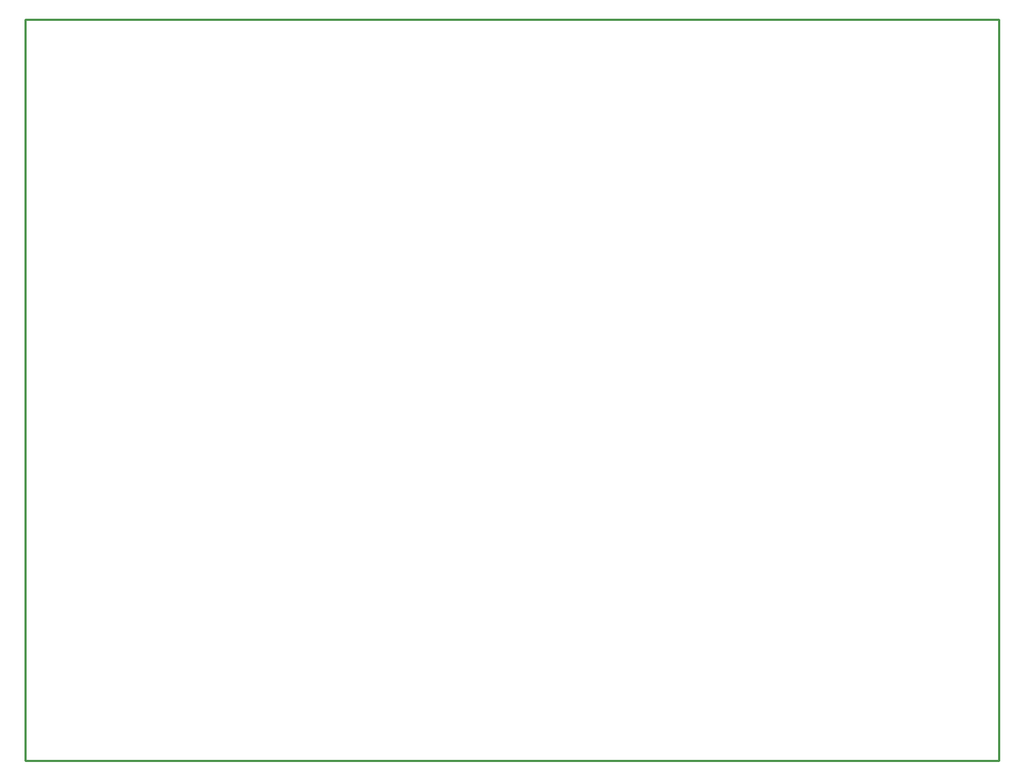
<source format=gm1>
G04*
G04 #@! TF.GenerationSoftware,Altium Limited,Altium Designer,19.1.5 (86)*
G04*
G04 Layer_Color=16711935*
%FSLAX43Y43*%
%MOMM*%
G71*
G01*
G75*
%ADD10C,0.254*%
D10*
X114503Y0D02*
Y87173D01*
X0D02*
X114503D01*
X0Y0D02*
Y87173D01*
Y0D02*
X114503D01*
Y87173D01*
M02*

</source>
